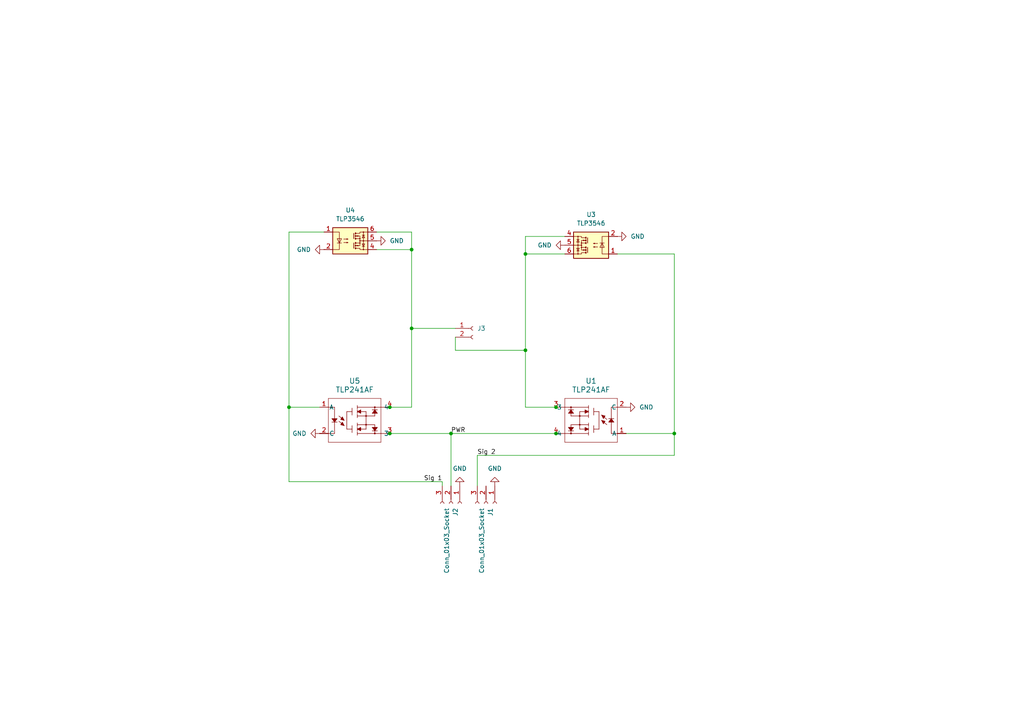
<source format=kicad_sch>
(kicad_sch (version 20231120) (generator "eeschema") (generator_version "8.0")
  (paper "A4")
  (lib_symbols
    (symbol "Connector:Conn_01x02_Socket" (pin_names (offset 1.016) hide)
      (property "Reference" "J" (at 0 2.54 0))
      (property "Value" "Conn_01x02_Socket" (at 0 -5.08 0))
      (symbol "Conn_01x02_Socket_1_1"
        (arc (start 0 -2.032) (mid -0.5058 -2.54) (end 0 -3.048) (stroke (width 0.1524)))
        (polyline (pts (xy -1.27 -2.54) (xy -0.508 -2.54)) (stroke (width 0.1524)))
        (polyline (pts (xy -1.27 0) (xy -0.508 0)) (stroke (width 0.1524)))
        (arc (start 0 0.508) (mid -0.5058 0) (end 0 -0.508) (stroke (width 0.1524)))
        (pin passive line (at -5.08 0 0) (length 3.81) (name "Pin_1") (number "1"))
        (pin passive line (at -5.08 -2.54 0) (length 3.81) (name "Pin_2") (number "2"))
      )
    )
    (symbol "Connector:Conn_01x03_Socket" (pin_names (offset 1.016) hide)
      (property "Reference" "J" (at 0 5.08 0))
      (property "Value" "Conn_01x03_Socket" (at 0 -5.08 0))
      (symbol "Conn_01x03_Socket_1_1"
        (arc (start 0 -2.032) (mid -0.5058 -2.54) (end 0 -3.048) (stroke (width 0.1524)))
        (polyline (pts (xy -1.27 -2.54) (xy -0.508 -2.54)) (stroke (width 0.1524)))
        (polyline (pts (xy -1.27 0) (xy -0.508 0)) (stroke (width 0.1524)))
        (polyline (pts (xy -1.27 2.54) (xy -0.508 2.54)) (stroke (width 0.1524)))
        (arc (start 0 0.508) (mid -0.5058 0) (end 0 -0.508) (stroke (width 0.1524)))
        (arc (start 0 3.048) (mid -0.5058 2.54) (end 0 2.032) (stroke (width 0.1524)))
        (pin passive line (at -5.08 2.54 0) (length 3.81) (name "Pin_1") (number "1"))
        (pin passive line (at -5.08 0 0) (length 3.81) (name "Pin_2") (number "2"))
        (pin passive line (at -5.08 -2.54 0) (length 3.81) (name "Pin_3") (number "3"))
      )
    )
    (symbol "Relay_SolidState:TLP3546"
      (property "Reference" "U" (at -3.81 5.08 0))
      (property "Value" "TLP3546" (at -1.27 -5.08 0))
      (symbol "TLP3546_0_1"
        (rectangle (start -5.08 3.81) (end 5.08 -3.81) (stroke (width 0.254)) (fill (type background)))
        (polyline (pts (xy -3.81 -0.635) (xy -2.54 -0.635)))
        (polyline (pts (xy 1.016 -0.635) (xy 1.016 -2.159)) (stroke (width 0.2032)))
        (polyline (pts (xy 1.016 2.159) (xy 1.016 0.635)) (stroke (width 0.2032)))
        (polyline (pts (xy 1.524 -0.508) (xy 1.524 -0.762)) (stroke (width 0.3556)))
        (polyline (pts (xy 2.794 0) (xy 5.08 0)))
        (polyline (pts (xy 3.429 -1.651) (xy 4.191 -1.651)))
        (polyline (pts (xy 3.429 1.651) (xy 4.191 1.651)))
        (polyline (pts (xy 3.81 -2.54) (xy 3.81 2.54)))
        (polyline (pts (xy 1.524 -2.032) (xy 1.524 -2.286) (xy 1.524 -2.286)) (stroke (width 0.3556)))
        (polyline (pts (xy 1.524 -1.27) (xy 1.524 -1.524) (xy 1.524 -1.524)) (stroke (width 0.3556)))
        (polyline (pts (xy 1.524 0.762) (xy 1.524 0.508) (xy 1.524 0.508)) (stroke (width 0.3556)))
        (polyline (pts (xy 1.524 1.524) (xy 1.524 1.27) (xy 1.524 1.27)) (stroke (width 0.3556)))
        (polyline (pts (xy 1.524 2.286) (xy 1.524 2.032) (xy 1.524 2.032)) (stroke (width 0.3556)))
        (polyline (pts (xy 1.651 -1.397) (xy 2.794 -1.397) (xy 2.794 -0.635)))
        (polyline (pts (xy 1.651 1.397) (xy 2.794 1.397) (xy 2.794 0.635)))
        (polyline (pts (xy -5.08 2.54) (xy -3.175 2.54) (xy -3.175 -2.54) (xy -5.08 -2.54)))
        (polyline (pts (xy -3.175 -0.635) (xy -3.81 0.635) (xy -2.54 0.635) (xy -3.175 -0.635)))
        (polyline (pts (xy 1.651 -2.159) (xy 2.794 -2.159) (xy 2.794 -2.54) (xy 5.08 -2.54)))
        (polyline (pts (xy 1.651 -0.635) (xy 2.794 -0.635) (xy 2.794 0.635) (xy 1.651 0.635)))
        (polyline (pts (xy 1.651 2.159) (xy 2.794 2.159) (xy 2.794 2.54) (xy 5.08 2.54)))
        (polyline (pts (xy 1.778 -1.397) (xy 2.286 -1.27) (xy 2.286 -1.524) (xy 1.778 -1.397)))
        (polyline (pts (xy 1.778 1.397) (xy 2.286 1.524) (xy 2.286 1.27) (xy 1.778 1.397)))
        (polyline (pts (xy 3.81 -1.651) (xy 3.429 -0.889) (xy 4.191 -0.889) (xy 3.81 -1.651)))
        (polyline (pts (xy 3.81 1.651) (xy 3.429 0.889) (xy 4.191 0.889) (xy 3.81 1.651)))
        (polyline (pts (xy -1.905 -0.508) (xy -0.635 -0.508) (xy -1.016 -0.635) (xy -1.016 -0.381) (xy -0.635 -0.508)))
        (polyline (pts (xy -1.905 0.508) (xy -0.635 0.508) (xy -1.016 0.381) (xy -1.016 0.635) (xy -0.635 0.508)))
        (circle (center 2.794 -0.635) (radius 0.127))
        (circle (center 2.794 0) (radius 0.127))
        (circle (center 2.794 0.635) (radius 0.127))
        (circle (center 3.81 -2.54) (radius 0.127))
        (circle (center 3.81 0) (radius 0.127))
        (circle (center 3.81 2.54) (radius 0.127))
      )
      (symbol "TLP3546_1_1"
        (pin passive line (at -7.62 2.54 0) (length 2.54) (name "~") (number "1"))
        (pin passive line (at -7.62 -2.54 0) (length 2.54) (name "~") (number "2"))
        (pin no_connect line (at -5.08 0 0) (length 2.54) hide (name "~") (number "3"))
        (pin passive line (at 7.62 -2.54 180) (length 2.54) (name "~") (number "4"))
        (pin passive line (at 7.62 0 180) (length 2.54) (name "~") (number "5"))
        (pin passive line (at 7.62 2.54 180) (length 2.54) (name "~") (number "6"))
      )
    )
    (symbol "TLP241AF_1" (pin_names (offset 0.254))
      (property "Reference" "U" (at 0 0 0))
      (property "Value" "TLP241AF" (at 0 0 0))
      (symbol "TLP241AF_1_0_1"
        (polyline (pts (xy -2.54 -10.16) (xy 0 -10.16)))
        (polyline (pts (xy -2.54 -2.54) (xy 0 -2.54)))
        (polyline (pts (xy 0 -12.7) (xy 0 0)) (stroke (width 0.127)))
        (polyline (pts (xy 0 0) (xy 15.24 0)) (stroke (width 0.127)))
        (polyline (pts (xy 1.016 -6.858) (xy 2.54 -6.858)))
        (polyline (pts (xy 1.778 -10.16) (xy 0 -10.16)))
        (polyline (pts (xy 1.778 -10.16) (xy 1.778 -6.858)))
        (polyline (pts (xy 1.778 -2.54) (xy 0 -2.54)))
        (polyline (pts (xy 1.778 -2.54) (xy 1.778 -5.842)))
        (polyline (pts (xy 4.572 -7.874) (xy 3.048 -6.604)))
        (polyline (pts (xy 4.572 -6.35) (xy 3.048 -5.08)))
        (polyline (pts (xy 5.334 -3.81) (xy 5.334 -8.89)))
        (polyline (pts (xy 6.858 -8.89) (xy 5.334 -8.89)))
        (polyline (pts (xy 6.858 -7.874) (xy 6.858 -9.906)))
        (polyline (pts (xy 6.858 -3.81) (xy 5.334 -3.81)))
        (polyline (pts (xy 6.858 -2.794) (xy 6.858 -4.826)))
        (polyline (pts (xy 8.382 -10.16) (xy 15.24 -10.16)))
        (polyline (pts (xy 8.382 -9.652) (xy 8.382 -10.668)))
        (polyline (pts (xy 8.382 -8.382) (xy 8.382 -9.398)))
        (polyline (pts (xy 8.382 -7.62) (xy 13.462 -7.62)))
        (polyline (pts (xy 8.382 -7.112) (xy 8.382 -8.128)))
        (polyline (pts (xy 8.382 -5.08) (xy 13.462 -5.08)))
        (polyline (pts (xy 8.382 -4.572) (xy 8.382 -5.588)))
        (polyline (pts (xy 8.382 -3.302) (xy 8.382 -4.318)))
        (polyline (pts (xy 8.382 -2.54) (xy 15.24 -2.54)))
        (polyline (pts (xy 8.382 -2.032) (xy 8.382 -3.048)))
        (polyline (pts (xy 9.398 -8.89) (xy 10.922 -8.89)))
        (polyline (pts (xy 9.398 -3.81) (xy 10.922 -3.81)))
        (polyline (pts (xy 10.922 -3.81) (xy 10.922 -8.89)))
        (polyline (pts (xy 12.7 -9.398) (xy 14.224 -9.398)))
        (polyline (pts (xy 12.7 -3.302) (xy 14.224 -3.302)))
        (polyline (pts (xy 13.462 -9.398) (xy 13.462 -10.16)))
        (polyline (pts (xy 13.462 -7.62) (xy 13.462 -8.382)))
        (polyline (pts (xy 13.462 -4.318) (xy 13.462 -5.08)))
        (polyline (pts (xy 13.462 -2.54) (xy 13.462 -3.302)))
        (polyline (pts (xy 15.24 -12.7) (xy 0 -12.7)) (stroke (width 0.127)))
        (polyline (pts (xy 15.24 0) (xy 15.24 -12.7)) (stroke (width 0.127)))
        (polyline (pts (xy 17.78 -10.16) (xy 15.24 -10.16)))
        (polyline (pts (xy 17.78 -2.54) (xy 15.24 -2.54)))
        (polyline (pts (xy 1.016 -5.842) (xy 1.016 -5.842) (xy 2.54 -5.842) (xy 1.778 -6.858) (xy 1.016 -5.842)) (fill (type outline)))
        (polyline (pts (xy 4.572 -7.874) (xy 4.572 -7.874) (xy 4.064 -6.858) (xy 3.556 -7.62) (xy 4.572 -7.874)) (fill (type outline)))
        (polyline (pts (xy 4.572 -6.35) (xy 4.572 -6.35) (xy 4.064 -5.334) (xy 3.556 -6.096) (xy 4.572 -6.35)) (fill (type outline)))
        (polyline (pts (xy 8.382 -8.89) (xy 8.382 -8.89) (xy 9.398 -8.382) (xy 9.398 -9.398) (xy 8.382 -8.89)) (fill (type outline)))
        (polyline (pts (xy 8.382 -3.81) (xy 8.382 -3.81) (xy 9.398 -3.302) (xy 9.398 -4.318) (xy 8.382 -3.81)) (fill (type outline)))
        (polyline (pts (xy 12.7 -8.382) (xy 12.7 -8.382) (xy 14.224 -8.382) (xy 13.462 -9.398) (xy 12.7 -8.382)) (fill (type outline)))
        (polyline (pts (xy 13.462 -3.302) (xy 13.462 -3.302) (xy 12.7 -4.318) (xy 14.224 -4.318) (xy 13.462 -3.302)) (fill (type outline)))
        (circle (center 10.922 -7.62) (radius 0.127) (stroke (width 0.254)))
        (circle (center 10.922 -5.08) (radius 0.127) (stroke (width 0.254)))
        (circle (center 13.462 -10.16) (radius 0.127) (stroke (width 0.254)))
        (circle (center 13.462 -2.54) (radius 0.127) (stroke (width 0.254)))
        (pin unspecified line (at 17.8054 -10.16 180) (length 0.0254) (name "3") (number "3"))
        (pin unspecified line (at 17.8054 -2.54 180) (length 0.0254) (name "4") (number "4"))
      )
      (symbol "TLP241AF_1_1_1"
        (pin input line (at -2.54 -2.54 0) (length 2.54) (name "A") (number "1"))
        (pin input line (at -2.54 -10.16 0) (length 2.54) (name "C") (number "2"))
      )
    )
    (symbol "power:GND" (power) (pin_numbers hide) (pin_names (offset 0) hide)
      (property "Value" "GND" (at 0 -3.81 0))
      (symbol "GND_0_1"
        (polyline (pts (xy 0 0) (xy 0 -1.27) (xy 1.27 -1.27) (xy 0 -2.54) (xy -1.27 -1.27) (xy 0 -1.27)))
      )
      (symbol "GND_1_1"
        (pin power_in line (at 0 0 270) (length 0) (name "~") (number "1"))
      )
    )
  )
  (junction (at 195.58 125.73))
  (junction (at 130.81 125.73))
  (junction (at 113.0554 118.11))
  (junction (at 161.2646 118.11))
  (junction (at 113.0554 125.73))
  (junction (at 83.82 118.11))
  (junction (at 119.38 72.39))
  (junction (at 119.38 95.25))
  (junction (at 152.4 101.6))
  (junction (at 161.2646 125.73))
  (junction (at 152.4 73.66))
  (wire (pts (xy 119.38 95.25) (xy 119.38 72.39)))
  (wire (pts (xy 152.4 73.66) (xy 152.4 68.58)))
  (wire (pts (xy 152.4 73.66) (xy 163.83 73.66)))
  (wire (pts (xy 152.4 68.58) (xy 163.83 68.58)))
  (wire (pts (xy 109.22 72.39) (xy 119.38 72.39)))
  (wire (pts (xy 195.58 132.08) (xy 195.58 125.73)))
  (wire (pts (xy 152.4 101.6) (xy 152.4 73.66)))
  (wire (pts (xy 83.82 67.31) (xy 83.82 118.11)))
  (wire (pts (xy 119.38 118.11) (xy 119.38 95.25)))
  (wire (pts (xy 128.27 139.7) (xy 83.82 139.7)))
  (wire (pts (xy 195.58 73.66) (xy 179.07 73.66)))
  (wire (pts (xy 152.4 118.11) (xy 161.2646 118.11)))
  (wire (pts (xy 132.08 101.6) (xy 152.4 101.6)))
  (wire (pts (xy 83.82 67.31) (xy 93.98 67.31)))
  (wire (pts (xy 130.81 125.73) (xy 130.81 140.97)))
  (wire (pts (xy 161.2646 118.11) (xy 161.29 118.11)))
  (wire (pts (xy 109.22 67.31) (xy 119.38 67.31)))
  (wire (pts (xy 119.38 72.39) (xy 119.38 67.31)))
  (wire (pts (xy 119.38 95.25) (xy 132.08 95.25)))
  (wire (pts (xy 195.58 125.73) (xy 195.58 73.66)))
  (wire (pts (xy 130.81 125.73) (xy 161.2646 125.73)))
  (wire (pts (xy 152.4 118.11) (xy 152.4 101.6)))
  (wire (pts (xy 138.43 140.97) (xy 138.43 132.08)))
  (wire (pts (xy 161.2646 125.73) (xy 161.29 125.73)))
  (wire (pts (xy 181.61 125.73) (xy 195.58 125.73)))
  (wire (pts (xy 83.82 118.11) (xy 83.82 139.7)))
  (wire (pts (xy 113.03 125.73) (xy 113.0554 125.73)))
  (wire (pts (xy 113.0554 118.11) (xy 119.38 118.11)))
  (wire (pts (xy 128.27 140.97) (xy 128.27 139.7)))
  (wire (pts (xy 113.0554 125.73) (xy 130.81 125.73)))
  (wire (pts (xy 132.08 97.79) (xy 132.08 101.6)))
  (wire (pts (xy 138.43 132.08) (xy 195.58 132.08)))
  (wire (pts (xy 113.03 118.11) (xy 113.0554 118.11)))
  (wire (pts (xy 83.82 118.11) (xy 92.71 118.11)))
  (label "Sig 2" (at 138.43 132.08 0))
  (label "PWR" (at 130.81 125.73 0))
  (label "Sig 1" (at 128.27 139.7 180))
  (symbol (lib_id "power:GND") (at 109.22 69.85 90) (unit 1)
    (property "Reference" "#PWR08" (effects (hide yes)))
    (property "Value" "GND" (at 113.03 69.8499 90) (effects (justify right)))
    (property "Description" "Power symbol creates a global label with name \"GND\" , ground" (effects (hide yes)))
  )
  (symbol (lib_id "Relay_SolidState:TLP3546") (at 101.6 69.85 0) (unit 1)
    (property "Reference" "U4" (at 101.6 60.96 0))
    (property "Value" "TLP3546" (at 101.6 63.5 0))
    (property "Footprint" "Package_DIP:DIP-6_W7.62mm" (effects (hide yes)))
    (property "Datasheet" "https://toshiba.semicon-storage.com/info/docget.jsp?did=12671&prodName=TLP3546" (effects (hide yes)))
    (property "Description" "Photo MOSFET optically coupled, ON 2A, 200mohm, OFF state 100V, Isolation 2500 VRMS, DIP-6" (effects (hide yes)))
  )
  (symbol (lib_id "power:GND") (at 181.61 118.11 90) (unit 1)
    (property "Reference" "#PWR05" (effects (hide yes)))
    (property "Value" "GND" (at 185.42 118.1099 90) (effects (justify right)))
    (property "Description" "Power symbol creates a global label with name \"GND\" , ground" (effects (hide yes)))
  )
  (symbol (lib_id "power:GND") (at 93.98 72.39 270) (unit 1)
    (property "Reference" "#PWR02" (effects (hide yes)))
    (property "Value" "GND" (at 90.17 72.3899 90) (effects (justify right)))
    (property "Description" "Power symbol creates a global label with name \"GND\" , ground" (effects (hide yes)))
  )
  (symbol (lib_id "Connector:Conn_01x02_Socket") (at 137.16 95.25 0) (unit 1)
    (property "Reference" "J3" (at 138.43 95.2499 0) (effects (justify left)))
    (property "Value" "Conn_01x02_Socket" (effects (hide yes)))
    (property "Footprint" "Connector_JST:JST_PH_S2B-PH-SM4-TB_1x02-1MP_P2.00mm_Horizontal" (effects (hide yes)))
    (property "Description" "Generic connector, single row, 01x02, script generated" (effects (hide yes)))
  )
  (symbol (lib_id "Connector:Conn_01x03_Socket") (at 130.81 146.05 270) (unit 1)
    (property "Reference" "J2" (at 132.0801 147.32 0) (effects (justify left)))
    (property "Value" "Conn_01x03_Socket" (at 129.5401 147.32 0) (effects (justify left)))
    (property "Footprint" "Connector_JST:JST_XH_B3B-XH-A_1x03_P2.50mm_Vertical" (effects (hide yes)))
    (property "Description" "Generic connector, single row, 01x03, script generated" (effects (hide yes)))
  )
  (symbol (lib_id "power:GND") (at 179.07 68.58 90) (unit 1)
    (property "Reference" "#PWR06" (effects (hide yes)))
    (property "Value" "GND" (at 182.88 68.5799 90) (effects (justify right)))
    (property "Description" "Power symbol creates a global label with name \"GND\" , ground" (effects (hide yes)))
  )
  (symbol (lib_name "TLP241AF_1") (lib_id "TLP241A(F:TLP241AF") (at 179.07 128.27 180) (unit 1)
    (property "Reference" "U1" (at 171.45 110.49 0) (effects (font (size 1.524 1.524))))
    (property "Value" "TLP241AF" (at 171.45 113.03 0) (effects (font (size 1.524 1.524))))
    (property "Footprint" "TLP241A(F:DIP4_TOS" (effects (hide yes)))
    (property "Datasheet" "TLP241AF" (effects (hide yes)))
  )
  (symbol (lib_id "power:GND") (at 92.71 125.73 270) (unit 1)
    (property "Reference" "#PWR01" (effects (hide yes)))
    (property "Value" "GND" (at 88.9 125.7299 90) (effects (justify right)))
    (property "Description" "Power symbol creates a global label with name \"GND\" , ground" (effects (hide yes)))
  )
  (symbol (lib_name "TLP241AF_1") (lib_id "TLP241A(F:TLP241AF") (at 95.25 115.57 0) (unit 1)
    (property "Reference" "U5" (at 102.87 110.49 0) (effects (font (size 1.524 1.524))))
    (property "Value" "TLP241AF" (at 102.87 113.03 0) (effects (font (size 1.524 1.524))))
    (property "Footprint" "TLP241A(F:DIP4_TOS" (effects (hide yes)))
    (property "Datasheet" "TLP241AF" (effects (hide yes)))
  )
  (symbol (lib_id "power:GND") (at 133.35 140.97 180) (unit 1)
    (property "Reference" "#PWR03" (effects (hide yes)))
    (property "Value" "GND" (at 133.35 135.89 0))
    (property "Description" "Power symbol creates a global label with name \"GND\" , ground" (effects (hide yes)))
  )
  (symbol (lib_id "power:GND") (at 163.83 71.12 270) (unit 1)
    (property "Reference" "#PWR07" (effects (hide yes)))
    (property "Value" "GND" (at 160.02 71.1199 90) (effects (justify right)))
    (property "Description" "Power symbol creates a global label with name \"GND\" , ground" (effects (hide yes)))
  )
  (symbol (lib_id "power:GND") (at 143.51 140.97 180) (unit 1)
    (property "Reference" "#PWR04" (effects (hide yes)))
    (property "Value" "GND" (at 143.51 135.89 0))
    (property "Description" "Power symbol creates a global label with name \"GND\" , ground" (effects (hide yes)))
  )
  (symbol (lib_id "Relay_SolidState:TLP3546") (at 171.45 71.12 180) (unit 1)
    (property "Reference" "U3" (at 171.45 62.23 0))
    (property "Value" "TLP3546" (at 171.45 64.77 0))
    (property "Footprint" "Package_DIP:DIP-6_W7.62mm" (effects (hide yes)))
    (property "Datasheet" "https://toshiba.semicon-storage.com/info/docget.jsp?did=12671&prodName=TLP3546" (effects (hide yes)))
    (property "Description" "Photo MOSFET optically coupled, ON 2A, 200mohm, OFF state 100V, Isolation 2500 VRMS, DIP-6" (effects (hide yes)))
  )
  (symbol (lib_id "Connector:Conn_01x03_Socket") (at 140.97 146.05 270) (unit 1)
    (property "Reference" "J1" (at 142.2401 147.32 0) (effects (justify left)))
    (property "Value" "Conn_01x03_Socket" (at 139.7001 147.32 0) (effects (justify left)))
    (property "Footprint" "Connector_JST:JST_XH_B3B-XH-A_1x03_P2.50mm_Vertical" (effects (hide yes)))
    (property "Description" "Generic connector, single row, 01x03, script generated" (effects (hide yes)))
  )
)
</source>
